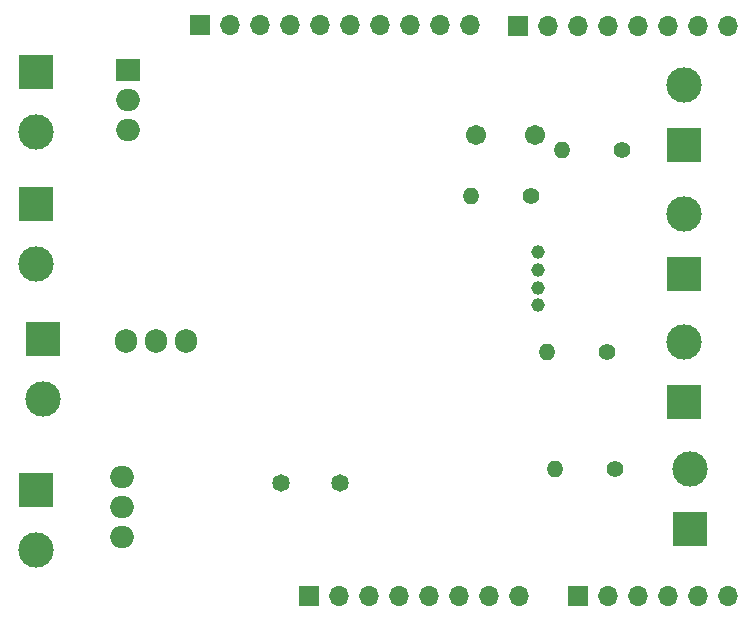
<source format=gbs>
%TF.GenerationSoftware,KiCad,Pcbnew,(6.0.2)*%
%TF.CreationDate,2024-03-29T16:16:56-05:00*%
%TF.ProjectId,Security_Mat,53656375-7269-4747-995f-4d61742e6b69,rev?*%
%TF.SameCoordinates,Original*%
%TF.FileFunction,Soldermask,Bot*%
%TF.FilePolarity,Negative*%
%FSLAX46Y46*%
G04 Gerber Fmt 4.6, Leading zero omitted, Abs format (unit mm)*
G04 Created by KiCad (PCBNEW (6.0.2)) date 2024-03-29 16:16:56*
%MOMM*%
%LPD*%
G01*
G04 APERTURE LIST*
%ADD10C,1.170000*%
%ADD11O,2.000000X1.905000*%
%ADD12O,1.905000X2.000000*%
%ADD13C,1.400000*%
%ADD14O,1.400000X1.400000*%
%ADD15R,3.000000X3.000000*%
%ADD16C,3.000000*%
%ADD17R,1.700000X1.700000*%
%ADD18O,1.700000X1.700000*%
%ADD19C,1.712000*%
%ADD20R,2.000000X1.905000*%
%ADD21C,1.484000*%
G04 APERTURE END LIST*
D10*
%TO.C,U1*%
X155644000Y-81570000D03*
X155644000Y-83070000D03*
X155644000Y-84570000D03*
X155644000Y-86070000D03*
%TD*%
D11*
%TO.C,Q2*%
X120467000Y-100584000D03*
X120467000Y-103124000D03*
X120467000Y-105664000D03*
%TD*%
D12*
%TO.C,Q1*%
X125857000Y-89083000D03*
X123317000Y-89083000D03*
X120777000Y-89083000D03*
%TD*%
D13*
%TO.C,R6*%
X155067000Y-76835000D03*
D14*
X149987000Y-76835000D03*
%TD*%
D13*
%TO.C,R5*%
X162179000Y-99949000D03*
D14*
X157099000Y-99949000D03*
%TD*%
D13*
%TO.C,R4*%
X161544000Y-90043000D03*
D14*
X156464000Y-90043000D03*
%TD*%
D13*
%TO.C,R3*%
X162814000Y-72898000D03*
D14*
X157734000Y-72898000D03*
%TD*%
D15*
%TO.C,J9*%
X113157000Y-101727000D03*
D16*
X113157000Y-106807000D03*
%TD*%
D17*
%TO.C,J8*%
X153990000Y-62390000D03*
D18*
X156530000Y-62390000D03*
X159070000Y-62390000D03*
X161610000Y-62390000D03*
X164150000Y-62390000D03*
X166690000Y-62390000D03*
X169230000Y-62390000D03*
X171770000Y-62390000D03*
%TD*%
D15*
%TO.C,J2*%
X168021000Y-83439000D03*
D16*
X168021000Y-78359000D03*
%TD*%
D15*
%TO.C,J3*%
X168021000Y-94234000D03*
D16*
X168021000Y-89154000D03*
%TD*%
D18*
%TO.C,J7*%
X149960000Y-62350000D03*
X147420000Y-62350000D03*
X144880000Y-62350000D03*
X142340000Y-62350000D03*
X139800000Y-62350000D03*
X137260000Y-62350000D03*
X134720000Y-62350000D03*
X132180000Y-62350000D03*
X129640000Y-62350000D03*
D17*
X127100000Y-62350000D03*
%TD*%
%TO.C,J5*%
X136300000Y-110700000D03*
D18*
X138840000Y-110700000D03*
X141380000Y-110700000D03*
X143920000Y-110700000D03*
X146460000Y-110700000D03*
X149000000Y-110700000D03*
X151540000Y-110700000D03*
X154080000Y-110700000D03*
%TD*%
D19*
%TO.C,SW1*%
X150408000Y-71628000D03*
X155408000Y-71628000D03*
%TD*%
D20*
%TO.C,Q3*%
X120975000Y-66167000D03*
D11*
X120975000Y-68707000D03*
X120975000Y-71247000D03*
%TD*%
D17*
%TO.C,J6*%
X159070000Y-110650000D03*
D18*
X161610000Y-110650000D03*
X164150000Y-110650000D03*
X166690000Y-110650000D03*
X169230000Y-110650000D03*
X171770000Y-110650000D03*
%TD*%
D15*
%TO.C,J1*%
X168021000Y-72517000D03*
D16*
X168021000Y-67437000D03*
%TD*%
D15*
%TO.C,J10*%
X113157000Y-66294000D03*
D16*
X113157000Y-71374000D03*
%TD*%
D21*
%TO.C,LS1*%
X138898000Y-101092000D03*
X133898000Y-101092000D03*
%TD*%
D15*
%TO.C,J11*%
X113157000Y-77470000D03*
D16*
X113157000Y-82550000D03*
%TD*%
D15*
%TO.C,J4*%
X168529000Y-105029000D03*
D16*
X168529000Y-99949000D03*
%TD*%
D15*
%TO.C,J12*%
X113792000Y-88900000D03*
D16*
X113792000Y-93980000D03*
%TD*%
M02*

</source>
